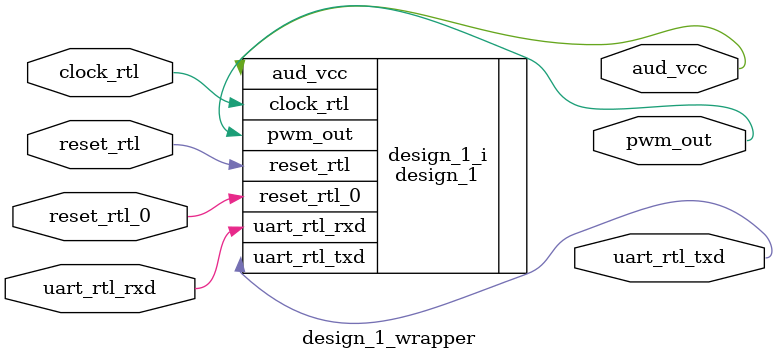
<source format=v>
`timescale 1 ps / 1 ps

module design_1_wrapper
   (aud_vcc,
    clock_rtl,
    pwm_out,
    reset_rtl,
    reset_rtl_0,
    uart_rtl_rxd,
    uart_rtl_txd);
  output aud_vcc;
  input clock_rtl;
  output pwm_out;
  input reset_rtl;
  input reset_rtl_0;
  input uart_rtl_rxd;
  output uart_rtl_txd;

  wire aud_vcc;
  wire clock_rtl;
  wire pwm_out;
  wire reset_rtl;
  wire reset_rtl_0;
  wire uart_rtl_rxd;
  wire uart_rtl_txd;

  design_1 design_1_i
       (.aud_vcc(aud_vcc),
        .clock_rtl(clock_rtl),
        .pwm_out(pwm_out),
        .reset_rtl(reset_rtl),
        .reset_rtl_0(reset_rtl_0),
        .uart_rtl_rxd(uart_rtl_rxd),
        .uart_rtl_txd(uart_rtl_txd));
endmodule

</source>
